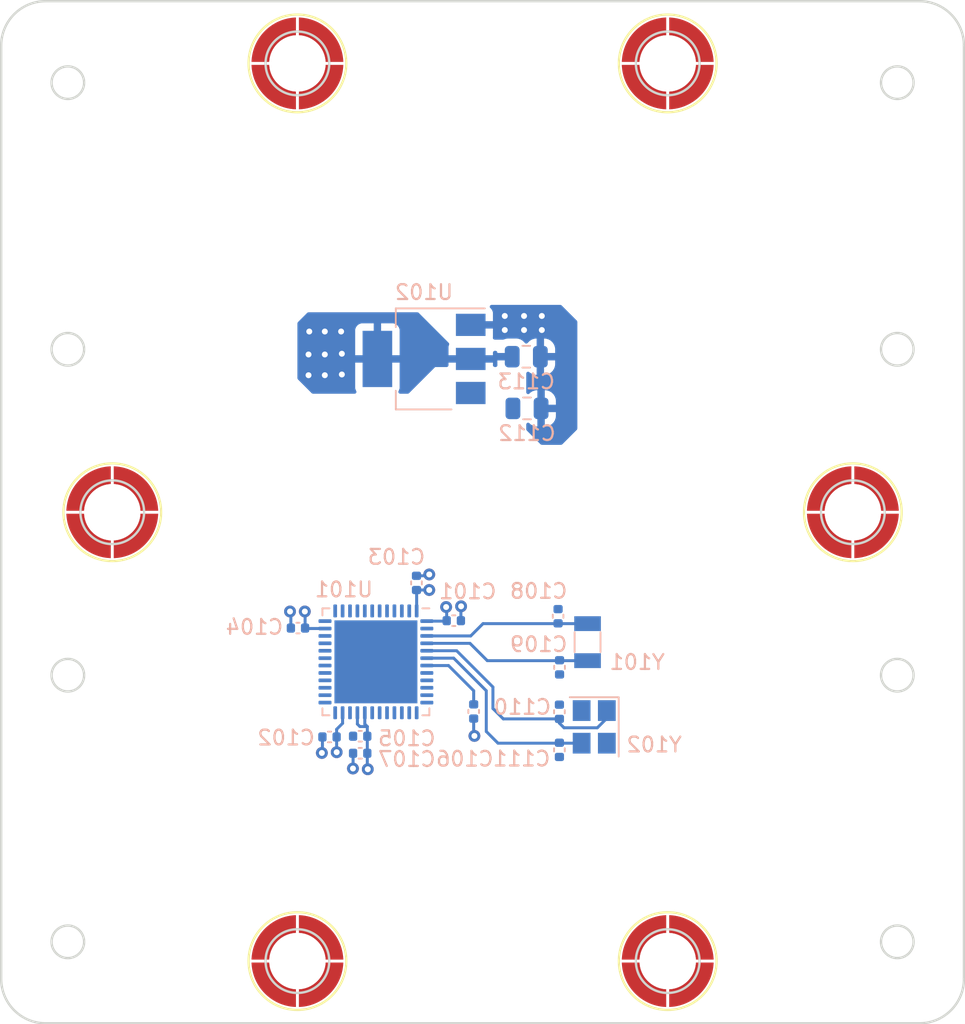
<source format=kicad_pcb>
(kicad_pcb (version 20221018) (generator pcbnew)
  (layers (0 "F.Cu" signal) (1 "In1.Cu" signal) (2 "In2.Cu" signal) (31 "B.Cu" signal) (34 "B.Paste" user) (35 "F.Paste" user) (36 "B.SilkS" user "B.Silkscreen") (37 "F.SilkS" user "F.Silkscreen") (38 "B.Mask" user) (39 "F.Mask" user) (44 "Edge.Cuts" user))
  (net 0 "")
  (net 1 "VDD")
  (net 2 "GND")
  (net 3 "VDDA")
  (net 4 "Net-(U101-PG10)")
  (net 5 "/osc32_in")
  (net 6 "/osc32_out")
  (net 7 "/osc_in")
  (net 8 "/osc_out")
  (net 9 "Net-(U102-VI)")
  (net 10 "Net-(U102-VO)")
  (footprint "LCSC_Connector:SMD_BD5.6-L5.6-W5.6-D3.6" (layer "F.Cu") (at 105 60)
    (fp_text reference "REF**" hide)
    (fp_text value "SMD_BD5.6-L5.6-W5.6-D3.6" hide)
  )
  (footprint "LCSC_Connector:SMD_BD5.6-L5.6-W5.6-D3.6" (layer "F.Cu") (at 92.5 90.3)
    (fp_text reference "REF**" hide)
    (fp_text value "SMD_BD5.6-L5.6-W5.6-D3.6" hide)
  )
  (footprint "LCSC_Connector:SMD_BD5.6-L5.6-W5.6-D3.6" (layer "F.Cu") (at 67.5 29.7)
    (fp_text reference "REF**" hide)
    (fp_text value "SMD_BD5.6-L5.6-W5.6-D3.6" hide)
  )
  (footprint "LCSC_Connector:SMD_BD5.6-L5.6-W5.6-D3.6" (layer "F.Cu") (at 67.5 90.3)
    (fp_text reference "REF**" hide)
    (fp_text value "SMD_BD5.6-L5.6-W5.6-D3.6" hide)
  )
  (footprint "LCSC_Connector:SMD_BD5.6-L5.6-W5.6-D3.6" (layer "F.Cu") (at 92.5 29.7)
    (fp_text reference "REF**" hide)
    (fp_text value "SMD_BD5.6-L5.6-W5.6-D3.6" hide)
  )
  (footprint "LCSC_Connector:SMD_BD5.6-L5.6-W5.6-D3.6" (layer "F.Cu") (at 55 60)
    (fp_text reference "REF**" hide)
    (fp_text value "SMD_BD5.6-L5.6-W5.6-D3.6" hide)
  )
  (footprint "Capacitor_SMD:C_0402_1005Metric" (layer "B.Cu") (at 67.538096 67.82 180)
    (fp_text reference "C104")
    (fp_text value "C_0402_100nf_X7R")
  )
  (footprint "Capacitor_SMD:C_0402_1005Metric" (layer "B.Cu") (at 85.198096 70.469999 -90)
    (fp_text reference "C109")
    (fp_text value "C_0402_100nf_X7R")
  )
  (footprint "Capacitor_SMD:C_0402_1005Metric" (layer "B.Cu") (at 69.668096 75.17 180)
    (fp_text reference "C102")
    (fp_text value "C_0402_100nf_X7R")
  )
  (footprint "Capacitor_SMD:C_0805_2012Metric" (layer "B.Cu") (at 82.95 49.5)
    (fp_text reference "C113")
    (fp_text value "C_0805_1u_X7R")
  )
  (footprint "Capacitor_SMD:C_0402_1005Metric" (layer "B.Cu") (at 78.058096 67.32)
    (fp_text reference "C101")
    (fp_text value "C_0402_100nf_X7R")
  )
  (footprint "Capacitor_SMD:C_0402_1005Metric" (layer "B.Cu") (at 79.4 73.45 -90)
    (fp_text reference "C106")
    (fp_text value "C_0402_100nf_X7R")
  )
  (footprint "Capacitor_SMD:C_0402_1005Metric" (layer "B.Cu") (at 85.188096 76.04 -90)
    (fp_text reference "C111")
    (fp_text value "C_0402_100nf_X7R")
  )
  (footprint "Capacitor_SMD:C_0402_1005Metric" (layer "B.Cu") (at 71.738096 76.27 180)
    (fp_text reference "C107")
    (fp_text value "C_0402_100nf_X7R")
  )
  (footprint "Capacitor_SMD:C_0402_1005Metric" (layer "B.Cu") (at 71.738096 75.12 180)
    (fp_text reference "C105")
    (fp_text value "C_0402_100nf_X7R")
  )
  (footprint "Crystal:Crystal_SMD_3215-2Pin_3.2x1.5mm" (layer "B.Cu") (at 87.088096 68.77 90)
    (fp_text reference "Y101")
    (fp_text value "Q13FC1350000400")
  )
  (footprint "Capacitor_SMD:C_0402_1005Metric" (layer "B.Cu") (at 85.188096 73.47 90)
    (fp_text reference "C110")
    (fp_text value "C_0402_100nf_X7R")
  )
  (footprint "Capacitor_SMD:C_0402_1005Metric" (layer "B.Cu") (at 75.538096 64.77 90)
    (fp_text reference "C103")
    (fp_text value "C_0402_100nf_X7R")
  )
  (footprint "Package_TO_SOT_SMD:SOT-223-3_TabPin2" (layer "B.Cu") (at 76.05 49.65 180)
    (fp_text reference "U102")
    (fp_text value "AMS1117-3.3")
  )
  (footprint "Crystal:Crystal_SMD_3225-4Pin_3.2x2.5mm" (layer "B.Cu") (at 87.538096 74.49 -90)
    (fp_text reference "Y102")
    (fp_text value "40_Mhz")
  )
  (footprint "Capacitor_SMD:C_0402_1005Metric" (layer "B.Cu") (at 85.098096 67.019999 90)
    (fp_text reference "C108")
    (fp_text value "C_0402_100nf_X7R")
  )
  (footprint "Package_DFN_QFN:QFN-48-1EP_7x7mm_P0.5mm_EP5.6x5.6mm" (layer "B.Cu") (at 72.8 70.1 180)
    (fp_text reference "U101")
    (fp_text value "STM32G431C6Ux")
  )
  (footprint "Capacitor_SMD:C_0805_2012Metric" (layer "B.Cu") (at 83 52.99)
    (fp_text reference "C112")
    (fp_text value "C_0805_1u_X7R")
  )
  (gr_circle (center 108 89) (end 106.9 89) (stroke (width 0.16)) (fill none) (layer "Edge.Cuts"))
  (gr_arc (start 112.5 91.5) (mid 111.62132 93.62132) (end 109.5 94.5) (stroke (width 0.16)) (layer "Edge.Cuts"))
  (gr_circle (center 92.5 90.3) (end 90.35 90.3) (stroke (width 0.16)) (fill none) (layer "Edge.Cuts"))
  (gr_circle (center 108 31) (end 106.9 31) (stroke (width 0.16)) (fill none) (layer "Edge.Cuts"))
  (gr_line (start 50.5 25.5) (end 109.500016 25.5) (stroke (width 0.16)) (layer "Edge.Cuts"))
  (gr_circle (center 108 49) (end 106.9 49) (stroke (width 0.16)) (fill none) (layer "Edge.Cuts"))
  (gr_line (start 112.5 91.5) (end 112.5 28.5) (stroke (width 0.16)) (layer "Edge.Cuts"))
  (gr_line (start 47.5 28.5) (end 47.5 91.5) (stroke (width 0.16)) (layer "Edge.Cuts"))
  (gr_circle (center 108 71) (end 106.9 71) (stroke (width 0.16)) (fill none) (layer "Edge.Cuts"))
  (gr_arc (start 47.5 28.5) (mid 48.37868 26.37868) (end 50.5 25.5) (stroke (width 0.16)) (layer "Edge.Cuts"))
  (gr_circle (center 52 49) (end 50.9 49) (stroke (width 0.16)) (fill none) (layer "Edge.Cuts"))
  (gr_circle (center 67.5 90.3) (end 65.35 90.3) (stroke (width 0.16)) (fill none) (layer "Edge.Cuts"))
  (gr_arc (start 50.5 94.5) (mid 48.37868 93.62132) (end 47.5 91.5) (stroke (width 0.16)) (layer "Edge.Cuts"))
  (gr_circle (center 105 60) (end 102.85 60) (stroke (width 0.16)) (fill none) (layer "Edge.Cuts"))
  (gr_line (start 50.5 94.5) (end 109.5 94.5) (stroke (width 0.16)) (layer "Edge.Cuts"))
  (gr_arc (start 109.500016 25.5) (mid 111.621326 26.378685) (end 112.5 28.5) (stroke (width 0.16)) (layer "Edge.Cuts"))
  (gr_circle (center 92.5 29.7) (end 90.35 29.7) (stroke (width 0.16)) (fill none) (layer "Edge.Cuts"))
  (gr_circle (center 52 31) (end 50.9 31) (stroke (width 0.16)) (fill none) (layer "Edge.Cuts"))
  (gr_circle (center 55 60) (end 52.85 60) (stroke (width 0.16)) (fill none) (layer "Edge.Cuts"))
  (gr_circle (center 67.5 29.7) (end 65.35 29.7) (stroke (width 0.16)) (fill none) (layer "Edge.Cuts"))
  (gr_circle (center 52 89) (end 50.9 89) (stroke (width 0.16)) (fill none) (layer "Edge.Cuts"))
  (gr_circle (center 52 71) (end 50.9 71) (stroke (width 0.16)) (fill none) (layer "Edge.Cuts"))
  (via (at 70.15 76.2) (size 0.8) (drill 0.4) (layers "F.Cu" "B.Cu") (net 1))
  (via (at 77.540051 66.399377) (size 0.8) (drill 0.4) (layers "F.Cu" "B.Cu") (net 1))
  (via (at 76.4 65.25) (size 0.8) (drill 0.4) (layers "F.Cu" "B.Cu") (net 1))
  (via (at 68 66.7) (size 0.8) (drill 0.4) (layers "F.Cu" "B.Cu") (net 1))
  (segment (start 70.55 73.5375) (end 70.55 74.25) (width 0.2) (layer "B.Cu") (net 1))
  (segment (start 75.538096 65.25) (end 76.4 65.25) (width 0.2) (layer "B.Cu") (net 1))
  (segment (start 70.148096 75.17) (end 70.148096 76.198096) (width 0.2) (layer "B.Cu") (net 1))
  (segment (start 68.018096 66.718096) (end 68 66.7) (width 0.2) (layer "B.Cu") (net 1))
  (segment (start 76.2375 67.35) (end 77.548096 67.35) (width 0.2) (layer "B.Cu") (net 1))
  (segment (start 69.3625 67.85) (end 68.048096 67.85) (width 0.2) (layer "B.Cu") (net 1))
  (segment (start 70.148096 74.651904) (end 70.148096 75.17) (width 0.2) (layer "B.Cu") (net 1))
  (segment (start 77.578096 67.32) (end 77.578096 66.437422) (width 0.2) (layer "B.Cu") (net 1))
  (segment (start 75.55 66.6625) (end 75.55 65.261904) (width 0.2) (layer "B.Cu") (net 1))
  (segment (start 70.55 74.25) (end 70.148096 74.651904) (width 0.2) (layer "B.Cu") (net 1))
  (segment (start 77.548096 67.35) (end 77.578096 67.32) (width 0.2) (layer "B.Cu") (net 1))
  (segment (start 75.55 65.261904) (end 75.538096 65.25) (width 0.2) (layer "B.Cu") (net 1))
  (segment (start 77.578096 66.437422) (end 77.540051 66.399377) (width 0.2) (layer "B.Cu") (net 1))
  (segment (start 70.148096 76.198096) (end 70.15 76.2) (width 0.2) (layer "B.Cu") (net 1))
  (segment (start 68.018096 67.82) (end 68.018096 66.718096) (width 0.2) (layer "B.Cu") (net 1))
  (segment (start 68.048096 67.85) (end 68.018096 67.82) (width 0.2) (layer "B.Cu") (net 1))
  (via (at 84 46.75) (size 0.8) (drill 0.4) (layers "F.Cu" "B.Cu") (net 2))
  (via (at 69.15 76.25) (size 0.8) (drill 0.4) (layers "F.Cu" "B.Cu") (net 2))
  (via (at 78.55 66.35) (size 0.8) (drill 0.4) (layers "F.Cu" "B.Cu") (net 2))
  (via (at 67 66.7) (size 0.8) (drill 0.4) (layers "F.Cu" "B.Cu") (net 2))
  (via (at 82.8 46.75) (size 0.8) (drill 0.4) (layers "F.Cu" "B.Cu") (net 2))
  (via (at 81.5 47.7) (size 0.8) (drill 0.4) (layers "F.Cu" "B.Cu") (net 2))
  (via (at 76.4 64.2) (size 0.8) (drill 0.4) (layers "F.Cu" "B.Cu") (net 2))
  (via (at 71.25 77.3) (size 0.8) (drill 0.4) (layers "F.Cu" "B.Cu") (net 2))
  (via (at 84 47.7) (size 0.8) (drill 0.4) (layers "F.Cu" "B.Cu") (net 2))
  (via (at 82.8 47.7) (size 0.8) (drill 0.4) (layers "F.Cu" "B.Cu") (net 2))
  (via (at 79.45 75.1) (size 0.8) (drill 0.4) (layers "F.Cu" "B.Cu") (net 2))
  (via (at 81.5 46.75) (size 0.8) (drill 0.4) (layers "F.Cu" "B.Cu") (net 2))
  (segment (start 71.258096 77.291904) (end 71.25 77.3) (width 0.2) (layer "B.Cu") (net 2))
  (segment (start 78.538096 66.461904) (end 78.55 66.45) (width 0.2) (layer "B.Cu") (net 2))
  (segment (start 69.188096 75.17) (end 69.188096 76.211904) (width 0.2) (layer "B.Cu") (net 2))
  (segment (start 67.058096 67.82) (end 67.058096 66.758096) (width 0.2) (layer "B.Cu") (net 2))
  (segment (start 71.258096 76.27) (end 71.258096 77.291904) (width 0.2) (layer "B.Cu") (net 2))
  (segment (start 69.188096 76.211904) (end 69.15 76.25) (width 0.2) (layer "B.Cu") (net 2))
  (segment (start 79.4 75.05) (end 79.45 75.1) (width 0.2) (layer "B.Cu") (net 2))
  (segment (start 75.538096 64.29) (end 76.31 64.29) (width 0.2) (layer "B.Cu") (net 2))
  (segment (start 76.31 64.29) (end 76.4 64.2) (width 0.2) (layer "B.Cu") (net 2))
  (segment (start 78.55 66.45) (end 78.55 66.35) (width 0.2) (layer "B.Cu") (net 2))
  (segment (start 67.058096 66.758096) (end 67 66.7) (width 0.2) (layer "B.Cu") (net 2))
  (segment (start 79.4 73.93) (end 79.4 75.05) (width 0.2) (layer "B.Cu") (net 2))
  (segment (start 78.538096 67.32) (end 78.538096 66.461904) (width 0.2) (layer "B.Cu") (net 2))
  (via (at 72.25 77.35) (size 0.8) (drill 0.4) (layers "F.Cu" "B.Cu") (net 3))
  (segment (start 72.218096 75.12) (end 72.218096 74.468096) (width 0.2) (layer "B.Cu") (net 3))
  (segment (start 72.05 74.3) (end 72.05 73.5375) (width 0.2) (layer "B.Cu") (net 3))
  (segment (start 71.55 73.5375) (end 71.55 74.3) (width 0.2) (layer "B.Cu") (net 3))
  (segment (start 72.218096 77.318096) (end 72.25 77.35) (width 0.2) (layer "B.Cu") (net 3))
  (segment (start 72.218096 76.27) (end 72.218096 77.318096) (width 0.2) (layer "B.Cu") (net 3))
  (segment (start 72.218096 76.27) (end 72.218096 75.12) (width 0.2) (layer "B.Cu") (net 3))
  (segment (start 71.718096 74.468096) (end 72.218096 74.468096) (width 0.2) (layer "B.Cu") (net 3))
  (segment (start 71.55 74.3) (end 71.718096 74.468096) (width 0.2) (layer "B.Cu") (net 3))
  (segment (start 72.218096 74.468096) (end 72.05 74.3) (width 0.2) (layer "B.Cu") (net 3))
  (segment (start 76.2375 70.35) (end 77.7 70.35) (width 0.2) (layer "B.Cu") (net 4))
  (segment (start 79.4 72.05) (end 79.4 72.97) (width 0.2) (layer "B.Cu") (net 4))
  (segment (start 77.7 70.35) (end 79.4 72.05) (width 0.2) (layer "B.Cu") (net 4))
  (segment (start 79.2 68.35) (end 80.03 67.52) (width 0.2) (layer "B.Cu") (net 5))
  (segment (start 80.03 67.52) (end 87.088096 67.52) (width 0.2) (layer "B.Cu") (net 5))
  (segment (start 76.2375 68.35) (end 79.2 68.35) (width 0.2) (layer "B.Cu") (net 5))
  (segment (start 79.15 68.85) (end 80.32 70.02) (width 0.2) (layer "B.Cu") (net 6))
  (segment (start 76.2375 68.85) (end 79.15 68.85) (width 0.2) (layer "B.Cu") (net 6))
  (segment (start 80.32 70.02) (end 87.088096 70.02) (width 0.2) (layer "B.Cu") (net 6))
  (segment (start 80.7 73.25) (end 81.4 73.95) (width 0.2) (layer "B.Cu") (net 7))
  (segment (start 76.2375 69.35) (end 78.25 69.35) (width 0.2) (layer "B.Cu") (net 7))
  (segment (start 80.7 71.8) (end 80.7 73.25) (width 0.2) (layer "B.Cu") (net 7))
  (segment (start 81.4 73.95) (end 85.188096 73.95) (width 0.2) (layer "B.Cu") (net 7))
  (segment (start 85.188096 74.238096) (end 85.188096 73.95) (width 0.2) (layer "B.Cu") (net 7))
  (segment (start 85.5 74.55) (end 85.188096 74.238096) (width 0.2) (layer "B.Cu") (net 7))
  (segment (start 88.388096 73.911904) (end 87.75 74.55) (width 0.2) (layer "B.Cu") (net 7))
  (segment (start 87.75 74.55) (end 85.5 74.55) (width 0.2) (layer "B.Cu") (net 7))
  (segment (start 78.25 69.35) (end 80.7 71.8) (width 0.2) (layer "B.Cu") (net 7))
  (segment (start 88.388096 73.39) (end 88.388096 73.911904) (width 0.2) (layer "B.Cu") (net 7))
  (segment (start 80.25 72.05) (end 80.25 74.8) (width 0.2) (layer "B.Cu") (net 8))
  (segment (start 76.2375 69.85) (end 78.05 69.85) (width 0.2) (layer "B.Cu") (net 8))
  (segment (start 80.25 74.8) (end 81.04 75.59) (width 0.2) (layer "B.Cu") (net 8))
  (segment (start 81.04 75.59) (end 86.688096 75.59) (width 0.2) (layer "B.Cu") (net 8))
  (segment (start 78.05 69.85) (end 80.25 72.05) (width 0.2) (layer "B.Cu") (net 8))
  (via (at 69.35 50.75) (size 0.8) (drill 0.4) (layers "F.Cu" "B.Cu") (net 10))
  (via (at 68.25 49.35) (size 0.8) (drill 0.4) (layers "F.Cu" "B.Cu") (net 10))
  (via (at 70.45 47.8) (size 0.8) (drill 0.4) (layers "F.Cu" "B.Cu") (net 10))
  (via (at 69.35 49.35) (size 0.8) (drill 0.4) (layers "F.Cu" "B.Cu") (net 10))
  (via (at 70.5 50.7) (size 0.8) (drill 0.4) (layers "F.Cu" "B.Cu") (net 10))
  (via (at 68.25 50.75) (size 0.8) (drill 0.4) (layers "F.Cu" "B.Cu") (net 10))
  (via (at 69.35 47.8) (size 0.8) (drill 0.4) (layers "F.Cu" "B.Cu") (net 10))
  (via (at 68.3 47.8) (size 0.8) (drill 0.4) (layers "F.Cu" "B.Cu") (net 10))
  (via (at 70.5 49.3) (size 0.8) (drill 0.4) (layers "F.Cu" "B.Cu") (net 10))
  (zone (net 10) (net_name "Net-(U102-VO)") (layer "B.Cu") (priority 1) (connect_pads (clearance 0.5)) (min_thickness 0.25) (fill yes (thermal_gap 0.5) (thermal_bridge_width 0.5))
    (polygon (pts (xy 82.1 49.1) (xy 82.4 49.4) (xy 82.4 49.95) (xy 82.15 50.2) (xy 76.8 50.2) (xy 75 52) (xy 68.5 52) (xy 67.5 51) (xy 67.5 47.2) (xy 68.2 46.5) (xy 75.65 46.5) (xy 78.25 49.1)))
  )
  (zone (net 2) (net_name "GND") (layer "B.Cu") (connect_pads (clearance 0.5)) (min_thickness 0.25) (fill yes (thermal_gap 0.5) (thermal_bridge_width 0.5))
    (polygon (pts (xy 82.6 48.35) (xy 82.95 48.7) (xy 82.95 54.45) (xy 83.95 55.45) (xy 85.35 55.45) (xy 86.4 54.4) (xy 86.4 47.1) (xy 85.3 46) (xy 79.2 46) (xy 78.75 46.45) (xy 78.75 47.85) (xy 79.2 48.35)))
  )
)
</source>
